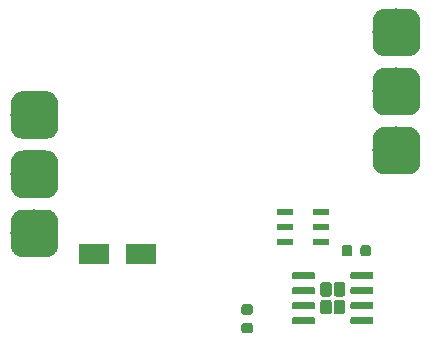
<source format=gbr>
G04 #@! TF.GenerationSoftware,KiCad,Pcbnew,5.1.4*
G04 #@! TF.CreationDate,2020-01-08T09:35:31-05:00*
G04 #@! TF.ProjectId,siot-node-relay,73696f74-2d6e-46f6-9465-2d72656c6179,rev?*
G04 #@! TF.SameCoordinates,Original*
G04 #@! TF.FileFunction,Paste,Top*
G04 #@! TF.FilePolarity,Positive*
%FSLAX46Y46*%
G04 Gerber Fmt 4.6, Leading zero omitted, Abs format (unit mm)*
G04 Created by KiCad (PCBNEW 5.1.4) date 2020-01-08 09:35:31*
%MOMM*%
%LPD*%
G04 APERTURE LIST*
%ADD10R,1.330000X0.530000*%
%ADD11C,0.100000*%
%ADD12C,0.600000*%
%ADD13C,0.960000*%
%ADD14R,2.500000X1.800000*%
%ADD15C,4.000000*%
%ADD16C,0.875000*%
G04 APERTURE END LIST*
D10*
X185725000Y-106270000D03*
X185725000Y-105000000D03*
X185725000Y-103730000D03*
X188775000Y-103730000D03*
X188775000Y-106270000D03*
X188775000Y-105000000D03*
D11*
G36*
X193064703Y-108795722D02*
G01*
X193079264Y-108797882D01*
X193093543Y-108801459D01*
X193107403Y-108806418D01*
X193120710Y-108812712D01*
X193133336Y-108820280D01*
X193145159Y-108829048D01*
X193156066Y-108838934D01*
X193165952Y-108849841D01*
X193174720Y-108861664D01*
X193182288Y-108874290D01*
X193188582Y-108887597D01*
X193193541Y-108901457D01*
X193197118Y-108915736D01*
X193199278Y-108930297D01*
X193200000Y-108945000D01*
X193200000Y-109245000D01*
X193199278Y-109259703D01*
X193197118Y-109274264D01*
X193193541Y-109288543D01*
X193188582Y-109302403D01*
X193182288Y-109315710D01*
X193174720Y-109328336D01*
X193165952Y-109340159D01*
X193156066Y-109351066D01*
X193145159Y-109360952D01*
X193133336Y-109369720D01*
X193120710Y-109377288D01*
X193107403Y-109383582D01*
X193093543Y-109388541D01*
X193079264Y-109392118D01*
X193064703Y-109394278D01*
X193050000Y-109395000D01*
X191400000Y-109395000D01*
X191385297Y-109394278D01*
X191370736Y-109392118D01*
X191356457Y-109388541D01*
X191342597Y-109383582D01*
X191329290Y-109377288D01*
X191316664Y-109369720D01*
X191304841Y-109360952D01*
X191293934Y-109351066D01*
X191284048Y-109340159D01*
X191275280Y-109328336D01*
X191267712Y-109315710D01*
X191261418Y-109302403D01*
X191256459Y-109288543D01*
X191252882Y-109274264D01*
X191250722Y-109259703D01*
X191250000Y-109245000D01*
X191250000Y-108945000D01*
X191250722Y-108930297D01*
X191252882Y-108915736D01*
X191256459Y-108901457D01*
X191261418Y-108887597D01*
X191267712Y-108874290D01*
X191275280Y-108861664D01*
X191284048Y-108849841D01*
X191293934Y-108838934D01*
X191304841Y-108829048D01*
X191316664Y-108820280D01*
X191329290Y-108812712D01*
X191342597Y-108806418D01*
X191356457Y-108801459D01*
X191370736Y-108797882D01*
X191385297Y-108795722D01*
X191400000Y-108795000D01*
X193050000Y-108795000D01*
X193064703Y-108795722D01*
X193064703Y-108795722D01*
G37*
D12*
X192225000Y-109095000D03*
D11*
G36*
X193064703Y-110065722D02*
G01*
X193079264Y-110067882D01*
X193093543Y-110071459D01*
X193107403Y-110076418D01*
X193120710Y-110082712D01*
X193133336Y-110090280D01*
X193145159Y-110099048D01*
X193156066Y-110108934D01*
X193165952Y-110119841D01*
X193174720Y-110131664D01*
X193182288Y-110144290D01*
X193188582Y-110157597D01*
X193193541Y-110171457D01*
X193197118Y-110185736D01*
X193199278Y-110200297D01*
X193200000Y-110215000D01*
X193200000Y-110515000D01*
X193199278Y-110529703D01*
X193197118Y-110544264D01*
X193193541Y-110558543D01*
X193188582Y-110572403D01*
X193182288Y-110585710D01*
X193174720Y-110598336D01*
X193165952Y-110610159D01*
X193156066Y-110621066D01*
X193145159Y-110630952D01*
X193133336Y-110639720D01*
X193120710Y-110647288D01*
X193107403Y-110653582D01*
X193093543Y-110658541D01*
X193079264Y-110662118D01*
X193064703Y-110664278D01*
X193050000Y-110665000D01*
X191400000Y-110665000D01*
X191385297Y-110664278D01*
X191370736Y-110662118D01*
X191356457Y-110658541D01*
X191342597Y-110653582D01*
X191329290Y-110647288D01*
X191316664Y-110639720D01*
X191304841Y-110630952D01*
X191293934Y-110621066D01*
X191284048Y-110610159D01*
X191275280Y-110598336D01*
X191267712Y-110585710D01*
X191261418Y-110572403D01*
X191256459Y-110558543D01*
X191252882Y-110544264D01*
X191250722Y-110529703D01*
X191250000Y-110515000D01*
X191250000Y-110215000D01*
X191250722Y-110200297D01*
X191252882Y-110185736D01*
X191256459Y-110171457D01*
X191261418Y-110157597D01*
X191267712Y-110144290D01*
X191275280Y-110131664D01*
X191284048Y-110119841D01*
X191293934Y-110108934D01*
X191304841Y-110099048D01*
X191316664Y-110090280D01*
X191329290Y-110082712D01*
X191342597Y-110076418D01*
X191356457Y-110071459D01*
X191370736Y-110067882D01*
X191385297Y-110065722D01*
X191400000Y-110065000D01*
X193050000Y-110065000D01*
X193064703Y-110065722D01*
X193064703Y-110065722D01*
G37*
D12*
X192225000Y-110365000D03*
D11*
G36*
X193064703Y-111335722D02*
G01*
X193079264Y-111337882D01*
X193093543Y-111341459D01*
X193107403Y-111346418D01*
X193120710Y-111352712D01*
X193133336Y-111360280D01*
X193145159Y-111369048D01*
X193156066Y-111378934D01*
X193165952Y-111389841D01*
X193174720Y-111401664D01*
X193182288Y-111414290D01*
X193188582Y-111427597D01*
X193193541Y-111441457D01*
X193197118Y-111455736D01*
X193199278Y-111470297D01*
X193200000Y-111485000D01*
X193200000Y-111785000D01*
X193199278Y-111799703D01*
X193197118Y-111814264D01*
X193193541Y-111828543D01*
X193188582Y-111842403D01*
X193182288Y-111855710D01*
X193174720Y-111868336D01*
X193165952Y-111880159D01*
X193156066Y-111891066D01*
X193145159Y-111900952D01*
X193133336Y-111909720D01*
X193120710Y-111917288D01*
X193107403Y-111923582D01*
X193093543Y-111928541D01*
X193079264Y-111932118D01*
X193064703Y-111934278D01*
X193050000Y-111935000D01*
X191400000Y-111935000D01*
X191385297Y-111934278D01*
X191370736Y-111932118D01*
X191356457Y-111928541D01*
X191342597Y-111923582D01*
X191329290Y-111917288D01*
X191316664Y-111909720D01*
X191304841Y-111900952D01*
X191293934Y-111891066D01*
X191284048Y-111880159D01*
X191275280Y-111868336D01*
X191267712Y-111855710D01*
X191261418Y-111842403D01*
X191256459Y-111828543D01*
X191252882Y-111814264D01*
X191250722Y-111799703D01*
X191250000Y-111785000D01*
X191250000Y-111485000D01*
X191250722Y-111470297D01*
X191252882Y-111455736D01*
X191256459Y-111441457D01*
X191261418Y-111427597D01*
X191267712Y-111414290D01*
X191275280Y-111401664D01*
X191284048Y-111389841D01*
X191293934Y-111378934D01*
X191304841Y-111369048D01*
X191316664Y-111360280D01*
X191329290Y-111352712D01*
X191342597Y-111346418D01*
X191356457Y-111341459D01*
X191370736Y-111337882D01*
X191385297Y-111335722D01*
X191400000Y-111335000D01*
X193050000Y-111335000D01*
X193064703Y-111335722D01*
X193064703Y-111335722D01*
G37*
D12*
X192225000Y-111635000D03*
D11*
G36*
X193064703Y-112605722D02*
G01*
X193079264Y-112607882D01*
X193093543Y-112611459D01*
X193107403Y-112616418D01*
X193120710Y-112622712D01*
X193133336Y-112630280D01*
X193145159Y-112639048D01*
X193156066Y-112648934D01*
X193165952Y-112659841D01*
X193174720Y-112671664D01*
X193182288Y-112684290D01*
X193188582Y-112697597D01*
X193193541Y-112711457D01*
X193197118Y-112725736D01*
X193199278Y-112740297D01*
X193200000Y-112755000D01*
X193200000Y-113055000D01*
X193199278Y-113069703D01*
X193197118Y-113084264D01*
X193193541Y-113098543D01*
X193188582Y-113112403D01*
X193182288Y-113125710D01*
X193174720Y-113138336D01*
X193165952Y-113150159D01*
X193156066Y-113161066D01*
X193145159Y-113170952D01*
X193133336Y-113179720D01*
X193120710Y-113187288D01*
X193107403Y-113193582D01*
X193093543Y-113198541D01*
X193079264Y-113202118D01*
X193064703Y-113204278D01*
X193050000Y-113205000D01*
X191400000Y-113205000D01*
X191385297Y-113204278D01*
X191370736Y-113202118D01*
X191356457Y-113198541D01*
X191342597Y-113193582D01*
X191329290Y-113187288D01*
X191316664Y-113179720D01*
X191304841Y-113170952D01*
X191293934Y-113161066D01*
X191284048Y-113150159D01*
X191275280Y-113138336D01*
X191267712Y-113125710D01*
X191261418Y-113112403D01*
X191256459Y-113098543D01*
X191252882Y-113084264D01*
X191250722Y-113069703D01*
X191250000Y-113055000D01*
X191250000Y-112755000D01*
X191250722Y-112740297D01*
X191252882Y-112725736D01*
X191256459Y-112711457D01*
X191261418Y-112697597D01*
X191267712Y-112684290D01*
X191275280Y-112671664D01*
X191284048Y-112659841D01*
X191293934Y-112648934D01*
X191304841Y-112639048D01*
X191316664Y-112630280D01*
X191329290Y-112622712D01*
X191342597Y-112616418D01*
X191356457Y-112611459D01*
X191370736Y-112607882D01*
X191385297Y-112605722D01*
X191400000Y-112605000D01*
X193050000Y-112605000D01*
X193064703Y-112605722D01*
X193064703Y-112605722D01*
G37*
D12*
X192225000Y-112905000D03*
D11*
G36*
X188114703Y-112605722D02*
G01*
X188129264Y-112607882D01*
X188143543Y-112611459D01*
X188157403Y-112616418D01*
X188170710Y-112622712D01*
X188183336Y-112630280D01*
X188195159Y-112639048D01*
X188206066Y-112648934D01*
X188215952Y-112659841D01*
X188224720Y-112671664D01*
X188232288Y-112684290D01*
X188238582Y-112697597D01*
X188243541Y-112711457D01*
X188247118Y-112725736D01*
X188249278Y-112740297D01*
X188250000Y-112755000D01*
X188250000Y-113055000D01*
X188249278Y-113069703D01*
X188247118Y-113084264D01*
X188243541Y-113098543D01*
X188238582Y-113112403D01*
X188232288Y-113125710D01*
X188224720Y-113138336D01*
X188215952Y-113150159D01*
X188206066Y-113161066D01*
X188195159Y-113170952D01*
X188183336Y-113179720D01*
X188170710Y-113187288D01*
X188157403Y-113193582D01*
X188143543Y-113198541D01*
X188129264Y-113202118D01*
X188114703Y-113204278D01*
X188100000Y-113205000D01*
X186450000Y-113205000D01*
X186435297Y-113204278D01*
X186420736Y-113202118D01*
X186406457Y-113198541D01*
X186392597Y-113193582D01*
X186379290Y-113187288D01*
X186366664Y-113179720D01*
X186354841Y-113170952D01*
X186343934Y-113161066D01*
X186334048Y-113150159D01*
X186325280Y-113138336D01*
X186317712Y-113125710D01*
X186311418Y-113112403D01*
X186306459Y-113098543D01*
X186302882Y-113084264D01*
X186300722Y-113069703D01*
X186300000Y-113055000D01*
X186300000Y-112755000D01*
X186300722Y-112740297D01*
X186302882Y-112725736D01*
X186306459Y-112711457D01*
X186311418Y-112697597D01*
X186317712Y-112684290D01*
X186325280Y-112671664D01*
X186334048Y-112659841D01*
X186343934Y-112648934D01*
X186354841Y-112639048D01*
X186366664Y-112630280D01*
X186379290Y-112622712D01*
X186392597Y-112616418D01*
X186406457Y-112611459D01*
X186420736Y-112607882D01*
X186435297Y-112605722D01*
X186450000Y-112605000D01*
X188100000Y-112605000D01*
X188114703Y-112605722D01*
X188114703Y-112605722D01*
G37*
D12*
X187275000Y-112905000D03*
D11*
G36*
X188114703Y-111335722D02*
G01*
X188129264Y-111337882D01*
X188143543Y-111341459D01*
X188157403Y-111346418D01*
X188170710Y-111352712D01*
X188183336Y-111360280D01*
X188195159Y-111369048D01*
X188206066Y-111378934D01*
X188215952Y-111389841D01*
X188224720Y-111401664D01*
X188232288Y-111414290D01*
X188238582Y-111427597D01*
X188243541Y-111441457D01*
X188247118Y-111455736D01*
X188249278Y-111470297D01*
X188250000Y-111485000D01*
X188250000Y-111785000D01*
X188249278Y-111799703D01*
X188247118Y-111814264D01*
X188243541Y-111828543D01*
X188238582Y-111842403D01*
X188232288Y-111855710D01*
X188224720Y-111868336D01*
X188215952Y-111880159D01*
X188206066Y-111891066D01*
X188195159Y-111900952D01*
X188183336Y-111909720D01*
X188170710Y-111917288D01*
X188157403Y-111923582D01*
X188143543Y-111928541D01*
X188129264Y-111932118D01*
X188114703Y-111934278D01*
X188100000Y-111935000D01*
X186450000Y-111935000D01*
X186435297Y-111934278D01*
X186420736Y-111932118D01*
X186406457Y-111928541D01*
X186392597Y-111923582D01*
X186379290Y-111917288D01*
X186366664Y-111909720D01*
X186354841Y-111900952D01*
X186343934Y-111891066D01*
X186334048Y-111880159D01*
X186325280Y-111868336D01*
X186317712Y-111855710D01*
X186311418Y-111842403D01*
X186306459Y-111828543D01*
X186302882Y-111814264D01*
X186300722Y-111799703D01*
X186300000Y-111785000D01*
X186300000Y-111485000D01*
X186300722Y-111470297D01*
X186302882Y-111455736D01*
X186306459Y-111441457D01*
X186311418Y-111427597D01*
X186317712Y-111414290D01*
X186325280Y-111401664D01*
X186334048Y-111389841D01*
X186343934Y-111378934D01*
X186354841Y-111369048D01*
X186366664Y-111360280D01*
X186379290Y-111352712D01*
X186392597Y-111346418D01*
X186406457Y-111341459D01*
X186420736Y-111337882D01*
X186435297Y-111335722D01*
X186450000Y-111335000D01*
X188100000Y-111335000D01*
X188114703Y-111335722D01*
X188114703Y-111335722D01*
G37*
D12*
X187275000Y-111635000D03*
D11*
G36*
X188114703Y-110065722D02*
G01*
X188129264Y-110067882D01*
X188143543Y-110071459D01*
X188157403Y-110076418D01*
X188170710Y-110082712D01*
X188183336Y-110090280D01*
X188195159Y-110099048D01*
X188206066Y-110108934D01*
X188215952Y-110119841D01*
X188224720Y-110131664D01*
X188232288Y-110144290D01*
X188238582Y-110157597D01*
X188243541Y-110171457D01*
X188247118Y-110185736D01*
X188249278Y-110200297D01*
X188250000Y-110215000D01*
X188250000Y-110515000D01*
X188249278Y-110529703D01*
X188247118Y-110544264D01*
X188243541Y-110558543D01*
X188238582Y-110572403D01*
X188232288Y-110585710D01*
X188224720Y-110598336D01*
X188215952Y-110610159D01*
X188206066Y-110621066D01*
X188195159Y-110630952D01*
X188183336Y-110639720D01*
X188170710Y-110647288D01*
X188157403Y-110653582D01*
X188143543Y-110658541D01*
X188129264Y-110662118D01*
X188114703Y-110664278D01*
X188100000Y-110665000D01*
X186450000Y-110665000D01*
X186435297Y-110664278D01*
X186420736Y-110662118D01*
X186406457Y-110658541D01*
X186392597Y-110653582D01*
X186379290Y-110647288D01*
X186366664Y-110639720D01*
X186354841Y-110630952D01*
X186343934Y-110621066D01*
X186334048Y-110610159D01*
X186325280Y-110598336D01*
X186317712Y-110585710D01*
X186311418Y-110572403D01*
X186306459Y-110558543D01*
X186302882Y-110544264D01*
X186300722Y-110529703D01*
X186300000Y-110515000D01*
X186300000Y-110215000D01*
X186300722Y-110200297D01*
X186302882Y-110185736D01*
X186306459Y-110171457D01*
X186311418Y-110157597D01*
X186317712Y-110144290D01*
X186325280Y-110131664D01*
X186334048Y-110119841D01*
X186343934Y-110108934D01*
X186354841Y-110099048D01*
X186366664Y-110090280D01*
X186379290Y-110082712D01*
X186392597Y-110076418D01*
X186406457Y-110071459D01*
X186420736Y-110067882D01*
X186435297Y-110065722D01*
X186450000Y-110065000D01*
X188100000Y-110065000D01*
X188114703Y-110065722D01*
X188114703Y-110065722D01*
G37*
D12*
X187275000Y-110365000D03*
D11*
G36*
X188114703Y-108795722D02*
G01*
X188129264Y-108797882D01*
X188143543Y-108801459D01*
X188157403Y-108806418D01*
X188170710Y-108812712D01*
X188183336Y-108820280D01*
X188195159Y-108829048D01*
X188206066Y-108838934D01*
X188215952Y-108849841D01*
X188224720Y-108861664D01*
X188232288Y-108874290D01*
X188238582Y-108887597D01*
X188243541Y-108901457D01*
X188247118Y-108915736D01*
X188249278Y-108930297D01*
X188250000Y-108945000D01*
X188250000Y-109245000D01*
X188249278Y-109259703D01*
X188247118Y-109274264D01*
X188243541Y-109288543D01*
X188238582Y-109302403D01*
X188232288Y-109315710D01*
X188224720Y-109328336D01*
X188215952Y-109340159D01*
X188206066Y-109351066D01*
X188195159Y-109360952D01*
X188183336Y-109369720D01*
X188170710Y-109377288D01*
X188157403Y-109383582D01*
X188143543Y-109388541D01*
X188129264Y-109392118D01*
X188114703Y-109394278D01*
X188100000Y-109395000D01*
X186450000Y-109395000D01*
X186435297Y-109394278D01*
X186420736Y-109392118D01*
X186406457Y-109388541D01*
X186392597Y-109383582D01*
X186379290Y-109377288D01*
X186366664Y-109369720D01*
X186354841Y-109360952D01*
X186343934Y-109351066D01*
X186334048Y-109340159D01*
X186325280Y-109328336D01*
X186317712Y-109315710D01*
X186311418Y-109302403D01*
X186306459Y-109288543D01*
X186302882Y-109274264D01*
X186300722Y-109259703D01*
X186300000Y-109245000D01*
X186300000Y-108945000D01*
X186300722Y-108930297D01*
X186302882Y-108915736D01*
X186306459Y-108901457D01*
X186311418Y-108887597D01*
X186317712Y-108874290D01*
X186325280Y-108861664D01*
X186334048Y-108849841D01*
X186343934Y-108838934D01*
X186354841Y-108829048D01*
X186366664Y-108820280D01*
X186379290Y-108812712D01*
X186392597Y-108806418D01*
X186406457Y-108801459D01*
X186420736Y-108797882D01*
X186435297Y-108795722D01*
X186450000Y-108795000D01*
X188100000Y-108795000D01*
X188114703Y-108795722D01*
X188114703Y-108795722D01*
G37*
D12*
X187275000Y-109095000D03*
D11*
G36*
X190583524Y-111126156D02*
G01*
X190606822Y-111129612D01*
X190629668Y-111135334D01*
X190651844Y-111143269D01*
X190673135Y-111153339D01*
X190693337Y-111165447D01*
X190712254Y-111179477D01*
X190729706Y-111195294D01*
X190745523Y-111212746D01*
X190759553Y-111231663D01*
X190771661Y-111251865D01*
X190781731Y-111273156D01*
X190789666Y-111295332D01*
X190795388Y-111318178D01*
X190798844Y-111341476D01*
X190800000Y-111365000D01*
X190800000Y-112135000D01*
X190798844Y-112158524D01*
X190795388Y-112181822D01*
X190789666Y-112204668D01*
X190781731Y-112226844D01*
X190771661Y-112248135D01*
X190759553Y-112268337D01*
X190745523Y-112287254D01*
X190729706Y-112304706D01*
X190712254Y-112320523D01*
X190693337Y-112334553D01*
X190673135Y-112346661D01*
X190651844Y-112356731D01*
X190629668Y-112364666D01*
X190606822Y-112370388D01*
X190583524Y-112373844D01*
X190560000Y-112375000D01*
X190080000Y-112375000D01*
X190056476Y-112373844D01*
X190033178Y-112370388D01*
X190010332Y-112364666D01*
X189988156Y-112356731D01*
X189966865Y-112346661D01*
X189946663Y-112334553D01*
X189927746Y-112320523D01*
X189910294Y-112304706D01*
X189894477Y-112287254D01*
X189880447Y-112268337D01*
X189868339Y-112248135D01*
X189858269Y-112226844D01*
X189850334Y-112204668D01*
X189844612Y-112181822D01*
X189841156Y-112158524D01*
X189840000Y-112135000D01*
X189840000Y-111365000D01*
X189841156Y-111341476D01*
X189844612Y-111318178D01*
X189850334Y-111295332D01*
X189858269Y-111273156D01*
X189868339Y-111251865D01*
X189880447Y-111231663D01*
X189894477Y-111212746D01*
X189910294Y-111195294D01*
X189927746Y-111179477D01*
X189946663Y-111165447D01*
X189966865Y-111153339D01*
X189988156Y-111143269D01*
X190010332Y-111135334D01*
X190033178Y-111129612D01*
X190056476Y-111126156D01*
X190080000Y-111125000D01*
X190560000Y-111125000D01*
X190583524Y-111126156D01*
X190583524Y-111126156D01*
G37*
D13*
X190320000Y-111750000D03*
D11*
G36*
X190583524Y-109626156D02*
G01*
X190606822Y-109629612D01*
X190629668Y-109635334D01*
X190651844Y-109643269D01*
X190673135Y-109653339D01*
X190693337Y-109665447D01*
X190712254Y-109679477D01*
X190729706Y-109695294D01*
X190745523Y-109712746D01*
X190759553Y-109731663D01*
X190771661Y-109751865D01*
X190781731Y-109773156D01*
X190789666Y-109795332D01*
X190795388Y-109818178D01*
X190798844Y-109841476D01*
X190800000Y-109865000D01*
X190800000Y-110635000D01*
X190798844Y-110658524D01*
X190795388Y-110681822D01*
X190789666Y-110704668D01*
X190781731Y-110726844D01*
X190771661Y-110748135D01*
X190759553Y-110768337D01*
X190745523Y-110787254D01*
X190729706Y-110804706D01*
X190712254Y-110820523D01*
X190693337Y-110834553D01*
X190673135Y-110846661D01*
X190651844Y-110856731D01*
X190629668Y-110864666D01*
X190606822Y-110870388D01*
X190583524Y-110873844D01*
X190560000Y-110875000D01*
X190080000Y-110875000D01*
X190056476Y-110873844D01*
X190033178Y-110870388D01*
X190010332Y-110864666D01*
X189988156Y-110856731D01*
X189966865Y-110846661D01*
X189946663Y-110834553D01*
X189927746Y-110820523D01*
X189910294Y-110804706D01*
X189894477Y-110787254D01*
X189880447Y-110768337D01*
X189868339Y-110748135D01*
X189858269Y-110726844D01*
X189850334Y-110704668D01*
X189844612Y-110681822D01*
X189841156Y-110658524D01*
X189840000Y-110635000D01*
X189840000Y-109865000D01*
X189841156Y-109841476D01*
X189844612Y-109818178D01*
X189850334Y-109795332D01*
X189858269Y-109773156D01*
X189868339Y-109751865D01*
X189880447Y-109731663D01*
X189894477Y-109712746D01*
X189910294Y-109695294D01*
X189927746Y-109679477D01*
X189946663Y-109665447D01*
X189966865Y-109653339D01*
X189988156Y-109643269D01*
X190010332Y-109635334D01*
X190033178Y-109629612D01*
X190056476Y-109626156D01*
X190080000Y-109625000D01*
X190560000Y-109625000D01*
X190583524Y-109626156D01*
X190583524Y-109626156D01*
G37*
D13*
X190320000Y-110250000D03*
D11*
G36*
X189443524Y-111126156D02*
G01*
X189466822Y-111129612D01*
X189489668Y-111135334D01*
X189511844Y-111143269D01*
X189533135Y-111153339D01*
X189553337Y-111165447D01*
X189572254Y-111179477D01*
X189589706Y-111195294D01*
X189605523Y-111212746D01*
X189619553Y-111231663D01*
X189631661Y-111251865D01*
X189641731Y-111273156D01*
X189649666Y-111295332D01*
X189655388Y-111318178D01*
X189658844Y-111341476D01*
X189660000Y-111365000D01*
X189660000Y-112135000D01*
X189658844Y-112158524D01*
X189655388Y-112181822D01*
X189649666Y-112204668D01*
X189641731Y-112226844D01*
X189631661Y-112248135D01*
X189619553Y-112268337D01*
X189605523Y-112287254D01*
X189589706Y-112304706D01*
X189572254Y-112320523D01*
X189553337Y-112334553D01*
X189533135Y-112346661D01*
X189511844Y-112356731D01*
X189489668Y-112364666D01*
X189466822Y-112370388D01*
X189443524Y-112373844D01*
X189420000Y-112375000D01*
X188940000Y-112375000D01*
X188916476Y-112373844D01*
X188893178Y-112370388D01*
X188870332Y-112364666D01*
X188848156Y-112356731D01*
X188826865Y-112346661D01*
X188806663Y-112334553D01*
X188787746Y-112320523D01*
X188770294Y-112304706D01*
X188754477Y-112287254D01*
X188740447Y-112268337D01*
X188728339Y-112248135D01*
X188718269Y-112226844D01*
X188710334Y-112204668D01*
X188704612Y-112181822D01*
X188701156Y-112158524D01*
X188700000Y-112135000D01*
X188700000Y-111365000D01*
X188701156Y-111341476D01*
X188704612Y-111318178D01*
X188710334Y-111295332D01*
X188718269Y-111273156D01*
X188728339Y-111251865D01*
X188740447Y-111231663D01*
X188754477Y-111212746D01*
X188770294Y-111195294D01*
X188787746Y-111179477D01*
X188806663Y-111165447D01*
X188826865Y-111153339D01*
X188848156Y-111143269D01*
X188870332Y-111135334D01*
X188893178Y-111129612D01*
X188916476Y-111126156D01*
X188940000Y-111125000D01*
X189420000Y-111125000D01*
X189443524Y-111126156D01*
X189443524Y-111126156D01*
G37*
D13*
X189180000Y-111750000D03*
D11*
G36*
X189443524Y-109626156D02*
G01*
X189466822Y-109629612D01*
X189489668Y-109635334D01*
X189511844Y-109643269D01*
X189533135Y-109653339D01*
X189553337Y-109665447D01*
X189572254Y-109679477D01*
X189589706Y-109695294D01*
X189605523Y-109712746D01*
X189619553Y-109731663D01*
X189631661Y-109751865D01*
X189641731Y-109773156D01*
X189649666Y-109795332D01*
X189655388Y-109818178D01*
X189658844Y-109841476D01*
X189660000Y-109865000D01*
X189660000Y-110635000D01*
X189658844Y-110658524D01*
X189655388Y-110681822D01*
X189649666Y-110704668D01*
X189641731Y-110726844D01*
X189631661Y-110748135D01*
X189619553Y-110768337D01*
X189605523Y-110787254D01*
X189589706Y-110804706D01*
X189572254Y-110820523D01*
X189553337Y-110834553D01*
X189533135Y-110846661D01*
X189511844Y-110856731D01*
X189489668Y-110864666D01*
X189466822Y-110870388D01*
X189443524Y-110873844D01*
X189420000Y-110875000D01*
X188940000Y-110875000D01*
X188916476Y-110873844D01*
X188893178Y-110870388D01*
X188870332Y-110864666D01*
X188848156Y-110856731D01*
X188826865Y-110846661D01*
X188806663Y-110834553D01*
X188787746Y-110820523D01*
X188770294Y-110804706D01*
X188754477Y-110787254D01*
X188740447Y-110768337D01*
X188728339Y-110748135D01*
X188718269Y-110726844D01*
X188710334Y-110704668D01*
X188704612Y-110681822D01*
X188701156Y-110658524D01*
X188700000Y-110635000D01*
X188700000Y-109865000D01*
X188701156Y-109841476D01*
X188704612Y-109818178D01*
X188710334Y-109795332D01*
X188718269Y-109773156D01*
X188728339Y-109751865D01*
X188740447Y-109731663D01*
X188754477Y-109712746D01*
X188770294Y-109695294D01*
X188787746Y-109679477D01*
X188806663Y-109665447D01*
X188826865Y-109653339D01*
X188848156Y-109643269D01*
X188870332Y-109635334D01*
X188893178Y-109629612D01*
X188916476Y-109626156D01*
X188940000Y-109625000D01*
X189420000Y-109625000D01*
X189443524Y-109626156D01*
X189443524Y-109626156D01*
G37*
D13*
X189180000Y-110250000D03*
D14*
X173550000Y-107250000D03*
X169550000Y-107250000D03*
D11*
G36*
X196248017Y-86504815D02*
G01*
X196345090Y-86519215D01*
X196440285Y-86543060D01*
X196532683Y-86576120D01*
X196621397Y-86618079D01*
X196705570Y-86668530D01*
X196784393Y-86726990D01*
X196857107Y-86792893D01*
X196923010Y-86865607D01*
X196981470Y-86944430D01*
X197031921Y-87028603D01*
X197073880Y-87117317D01*
X197106940Y-87209715D01*
X197130785Y-87304910D01*
X197145185Y-87401983D01*
X197150000Y-87500000D01*
X197150000Y-89500000D01*
X197145185Y-89598017D01*
X197130785Y-89695090D01*
X197106940Y-89790285D01*
X197073880Y-89882683D01*
X197031921Y-89971397D01*
X196981470Y-90055570D01*
X196923010Y-90134393D01*
X196857107Y-90207107D01*
X196784393Y-90273010D01*
X196705570Y-90331470D01*
X196621397Y-90381921D01*
X196532683Y-90423880D01*
X196440285Y-90456940D01*
X196345090Y-90480785D01*
X196248017Y-90495185D01*
X196150000Y-90500000D01*
X194150000Y-90500000D01*
X194051983Y-90495185D01*
X193954910Y-90480785D01*
X193859715Y-90456940D01*
X193767317Y-90423880D01*
X193678603Y-90381921D01*
X193594430Y-90331470D01*
X193515607Y-90273010D01*
X193442893Y-90207107D01*
X193376990Y-90134393D01*
X193318530Y-90055570D01*
X193268079Y-89971397D01*
X193226120Y-89882683D01*
X193193060Y-89790285D01*
X193169215Y-89695090D01*
X193154815Y-89598017D01*
X193150000Y-89500000D01*
X193150000Y-87500000D01*
X193154815Y-87401983D01*
X193169215Y-87304910D01*
X193193060Y-87209715D01*
X193226120Y-87117317D01*
X193268079Y-87028603D01*
X193318530Y-86944430D01*
X193376990Y-86865607D01*
X193442893Y-86792893D01*
X193515607Y-86726990D01*
X193594430Y-86668530D01*
X193678603Y-86618079D01*
X193767317Y-86576120D01*
X193859715Y-86543060D01*
X193954910Y-86519215D01*
X194051983Y-86504815D01*
X194150000Y-86500000D01*
X196150000Y-86500000D01*
X196248017Y-86504815D01*
X196248017Y-86504815D01*
G37*
D15*
X195150000Y-88500000D03*
D11*
G36*
X196248017Y-91504815D02*
G01*
X196345090Y-91519215D01*
X196440285Y-91543060D01*
X196532683Y-91576120D01*
X196621397Y-91618079D01*
X196705570Y-91668530D01*
X196784393Y-91726990D01*
X196857107Y-91792893D01*
X196923010Y-91865607D01*
X196981470Y-91944430D01*
X197031921Y-92028603D01*
X197073880Y-92117317D01*
X197106940Y-92209715D01*
X197130785Y-92304910D01*
X197145185Y-92401983D01*
X197150000Y-92500000D01*
X197150000Y-94500000D01*
X197145185Y-94598017D01*
X197130785Y-94695090D01*
X197106940Y-94790285D01*
X197073880Y-94882683D01*
X197031921Y-94971397D01*
X196981470Y-95055570D01*
X196923010Y-95134393D01*
X196857107Y-95207107D01*
X196784393Y-95273010D01*
X196705570Y-95331470D01*
X196621397Y-95381921D01*
X196532683Y-95423880D01*
X196440285Y-95456940D01*
X196345090Y-95480785D01*
X196248017Y-95495185D01*
X196150000Y-95500000D01*
X194150000Y-95500000D01*
X194051983Y-95495185D01*
X193954910Y-95480785D01*
X193859715Y-95456940D01*
X193767317Y-95423880D01*
X193678603Y-95381921D01*
X193594430Y-95331470D01*
X193515607Y-95273010D01*
X193442893Y-95207107D01*
X193376990Y-95134393D01*
X193318530Y-95055570D01*
X193268079Y-94971397D01*
X193226120Y-94882683D01*
X193193060Y-94790285D01*
X193169215Y-94695090D01*
X193154815Y-94598017D01*
X193150000Y-94500000D01*
X193150000Y-92500000D01*
X193154815Y-92401983D01*
X193169215Y-92304910D01*
X193193060Y-92209715D01*
X193226120Y-92117317D01*
X193268079Y-92028603D01*
X193318530Y-91944430D01*
X193376990Y-91865607D01*
X193442893Y-91792893D01*
X193515607Y-91726990D01*
X193594430Y-91668530D01*
X193678603Y-91618079D01*
X193767317Y-91576120D01*
X193859715Y-91543060D01*
X193954910Y-91519215D01*
X194051983Y-91504815D01*
X194150000Y-91500000D01*
X196150000Y-91500000D01*
X196248017Y-91504815D01*
X196248017Y-91504815D01*
G37*
D15*
X195150000Y-93500000D03*
D11*
G36*
X196248017Y-96504815D02*
G01*
X196345090Y-96519215D01*
X196440285Y-96543060D01*
X196532683Y-96576120D01*
X196621397Y-96618079D01*
X196705570Y-96668530D01*
X196784393Y-96726990D01*
X196857107Y-96792893D01*
X196923010Y-96865607D01*
X196981470Y-96944430D01*
X197031921Y-97028603D01*
X197073880Y-97117317D01*
X197106940Y-97209715D01*
X197130785Y-97304910D01*
X197145185Y-97401983D01*
X197150000Y-97500000D01*
X197150000Y-99500000D01*
X197145185Y-99598017D01*
X197130785Y-99695090D01*
X197106940Y-99790285D01*
X197073880Y-99882683D01*
X197031921Y-99971397D01*
X196981470Y-100055570D01*
X196923010Y-100134393D01*
X196857107Y-100207107D01*
X196784393Y-100273010D01*
X196705570Y-100331470D01*
X196621397Y-100381921D01*
X196532683Y-100423880D01*
X196440285Y-100456940D01*
X196345090Y-100480785D01*
X196248017Y-100495185D01*
X196150000Y-100500000D01*
X194150000Y-100500000D01*
X194051983Y-100495185D01*
X193954910Y-100480785D01*
X193859715Y-100456940D01*
X193767317Y-100423880D01*
X193678603Y-100381921D01*
X193594430Y-100331470D01*
X193515607Y-100273010D01*
X193442893Y-100207107D01*
X193376990Y-100134393D01*
X193318530Y-100055570D01*
X193268079Y-99971397D01*
X193226120Y-99882683D01*
X193193060Y-99790285D01*
X193169215Y-99695090D01*
X193154815Y-99598017D01*
X193150000Y-99500000D01*
X193150000Y-97500000D01*
X193154815Y-97401983D01*
X193169215Y-97304910D01*
X193193060Y-97209715D01*
X193226120Y-97117317D01*
X193268079Y-97028603D01*
X193318530Y-96944430D01*
X193376990Y-96865607D01*
X193442893Y-96792893D01*
X193515607Y-96726990D01*
X193594430Y-96668530D01*
X193678603Y-96618079D01*
X193767317Y-96576120D01*
X193859715Y-96543060D01*
X193954910Y-96519215D01*
X194051983Y-96504815D01*
X194150000Y-96500000D01*
X196150000Y-96500000D01*
X196248017Y-96504815D01*
X196248017Y-96504815D01*
G37*
D15*
X195150000Y-98500000D03*
D11*
G36*
X165598017Y-93504815D02*
G01*
X165695090Y-93519215D01*
X165790285Y-93543060D01*
X165882683Y-93576120D01*
X165971397Y-93618079D01*
X166055570Y-93668530D01*
X166134393Y-93726990D01*
X166207107Y-93792893D01*
X166273010Y-93865607D01*
X166331470Y-93944430D01*
X166381921Y-94028603D01*
X166423880Y-94117317D01*
X166456940Y-94209715D01*
X166480785Y-94304910D01*
X166495185Y-94401983D01*
X166500000Y-94500000D01*
X166500000Y-96500000D01*
X166495185Y-96598017D01*
X166480785Y-96695090D01*
X166456940Y-96790285D01*
X166423880Y-96882683D01*
X166381921Y-96971397D01*
X166331470Y-97055570D01*
X166273010Y-97134393D01*
X166207107Y-97207107D01*
X166134393Y-97273010D01*
X166055570Y-97331470D01*
X165971397Y-97381921D01*
X165882683Y-97423880D01*
X165790285Y-97456940D01*
X165695090Y-97480785D01*
X165598017Y-97495185D01*
X165500000Y-97500000D01*
X163500000Y-97500000D01*
X163401983Y-97495185D01*
X163304910Y-97480785D01*
X163209715Y-97456940D01*
X163117317Y-97423880D01*
X163028603Y-97381921D01*
X162944430Y-97331470D01*
X162865607Y-97273010D01*
X162792893Y-97207107D01*
X162726990Y-97134393D01*
X162668530Y-97055570D01*
X162618079Y-96971397D01*
X162576120Y-96882683D01*
X162543060Y-96790285D01*
X162519215Y-96695090D01*
X162504815Y-96598017D01*
X162500000Y-96500000D01*
X162500000Y-94500000D01*
X162504815Y-94401983D01*
X162519215Y-94304910D01*
X162543060Y-94209715D01*
X162576120Y-94117317D01*
X162618079Y-94028603D01*
X162668530Y-93944430D01*
X162726990Y-93865607D01*
X162792893Y-93792893D01*
X162865607Y-93726990D01*
X162944430Y-93668530D01*
X163028603Y-93618079D01*
X163117317Y-93576120D01*
X163209715Y-93543060D01*
X163304910Y-93519215D01*
X163401983Y-93504815D01*
X163500000Y-93500000D01*
X165500000Y-93500000D01*
X165598017Y-93504815D01*
X165598017Y-93504815D01*
G37*
D15*
X164500000Y-95500000D03*
D11*
G36*
X165598017Y-98504815D02*
G01*
X165695090Y-98519215D01*
X165790285Y-98543060D01*
X165882683Y-98576120D01*
X165971397Y-98618079D01*
X166055570Y-98668530D01*
X166134393Y-98726990D01*
X166207107Y-98792893D01*
X166273010Y-98865607D01*
X166331470Y-98944430D01*
X166381921Y-99028603D01*
X166423880Y-99117317D01*
X166456940Y-99209715D01*
X166480785Y-99304910D01*
X166495185Y-99401983D01*
X166500000Y-99500000D01*
X166500000Y-101500000D01*
X166495185Y-101598017D01*
X166480785Y-101695090D01*
X166456940Y-101790285D01*
X166423880Y-101882683D01*
X166381921Y-101971397D01*
X166331470Y-102055570D01*
X166273010Y-102134393D01*
X166207107Y-102207107D01*
X166134393Y-102273010D01*
X166055570Y-102331470D01*
X165971397Y-102381921D01*
X165882683Y-102423880D01*
X165790285Y-102456940D01*
X165695090Y-102480785D01*
X165598017Y-102495185D01*
X165500000Y-102500000D01*
X163500000Y-102500000D01*
X163401983Y-102495185D01*
X163304910Y-102480785D01*
X163209715Y-102456940D01*
X163117317Y-102423880D01*
X163028603Y-102381921D01*
X162944430Y-102331470D01*
X162865607Y-102273010D01*
X162792893Y-102207107D01*
X162726990Y-102134393D01*
X162668530Y-102055570D01*
X162618079Y-101971397D01*
X162576120Y-101882683D01*
X162543060Y-101790285D01*
X162519215Y-101695090D01*
X162504815Y-101598017D01*
X162500000Y-101500000D01*
X162500000Y-99500000D01*
X162504815Y-99401983D01*
X162519215Y-99304910D01*
X162543060Y-99209715D01*
X162576120Y-99117317D01*
X162618079Y-99028603D01*
X162668530Y-98944430D01*
X162726990Y-98865607D01*
X162792893Y-98792893D01*
X162865607Y-98726990D01*
X162944430Y-98668530D01*
X163028603Y-98618079D01*
X163117317Y-98576120D01*
X163209715Y-98543060D01*
X163304910Y-98519215D01*
X163401983Y-98504815D01*
X163500000Y-98500000D01*
X165500000Y-98500000D01*
X165598017Y-98504815D01*
X165598017Y-98504815D01*
G37*
D15*
X164500000Y-100500000D03*
D11*
G36*
X165598017Y-103504815D02*
G01*
X165695090Y-103519215D01*
X165790285Y-103543060D01*
X165882683Y-103576120D01*
X165971397Y-103618079D01*
X166055570Y-103668530D01*
X166134393Y-103726990D01*
X166207107Y-103792893D01*
X166273010Y-103865607D01*
X166331470Y-103944430D01*
X166381921Y-104028603D01*
X166423880Y-104117317D01*
X166456940Y-104209715D01*
X166480785Y-104304910D01*
X166495185Y-104401983D01*
X166500000Y-104500000D01*
X166500000Y-106500000D01*
X166495185Y-106598017D01*
X166480785Y-106695090D01*
X166456940Y-106790285D01*
X166423880Y-106882683D01*
X166381921Y-106971397D01*
X166331470Y-107055570D01*
X166273010Y-107134393D01*
X166207107Y-107207107D01*
X166134393Y-107273010D01*
X166055570Y-107331470D01*
X165971397Y-107381921D01*
X165882683Y-107423880D01*
X165790285Y-107456940D01*
X165695090Y-107480785D01*
X165598017Y-107495185D01*
X165500000Y-107500000D01*
X163500000Y-107500000D01*
X163401983Y-107495185D01*
X163304910Y-107480785D01*
X163209715Y-107456940D01*
X163117317Y-107423880D01*
X163028603Y-107381921D01*
X162944430Y-107331470D01*
X162865607Y-107273010D01*
X162792893Y-107207107D01*
X162726990Y-107134393D01*
X162668530Y-107055570D01*
X162618079Y-106971397D01*
X162576120Y-106882683D01*
X162543060Y-106790285D01*
X162519215Y-106695090D01*
X162504815Y-106598017D01*
X162500000Y-106500000D01*
X162500000Y-104500000D01*
X162504815Y-104401983D01*
X162519215Y-104304910D01*
X162543060Y-104209715D01*
X162576120Y-104117317D01*
X162618079Y-104028603D01*
X162668530Y-103944430D01*
X162726990Y-103865607D01*
X162792893Y-103792893D01*
X162865607Y-103726990D01*
X162944430Y-103668530D01*
X163028603Y-103618079D01*
X163117317Y-103576120D01*
X163209715Y-103543060D01*
X163304910Y-103519215D01*
X163401983Y-103504815D01*
X163500000Y-103500000D01*
X165500000Y-103500000D01*
X165598017Y-103504815D01*
X165598017Y-103504815D01*
G37*
D15*
X164500000Y-105500000D03*
D11*
G36*
X182777691Y-111526053D02*
G01*
X182798926Y-111529203D01*
X182819750Y-111534419D01*
X182839962Y-111541651D01*
X182859368Y-111550830D01*
X182877781Y-111561866D01*
X182895024Y-111574654D01*
X182910930Y-111589070D01*
X182925346Y-111604976D01*
X182938134Y-111622219D01*
X182949170Y-111640632D01*
X182958349Y-111660038D01*
X182965581Y-111680250D01*
X182970797Y-111701074D01*
X182973947Y-111722309D01*
X182975000Y-111743750D01*
X182975000Y-112181250D01*
X182973947Y-112202691D01*
X182970797Y-112223926D01*
X182965581Y-112244750D01*
X182958349Y-112264962D01*
X182949170Y-112284368D01*
X182938134Y-112302781D01*
X182925346Y-112320024D01*
X182910930Y-112335930D01*
X182895024Y-112350346D01*
X182877781Y-112363134D01*
X182859368Y-112374170D01*
X182839962Y-112383349D01*
X182819750Y-112390581D01*
X182798926Y-112395797D01*
X182777691Y-112398947D01*
X182756250Y-112400000D01*
X182243750Y-112400000D01*
X182222309Y-112398947D01*
X182201074Y-112395797D01*
X182180250Y-112390581D01*
X182160038Y-112383349D01*
X182140632Y-112374170D01*
X182122219Y-112363134D01*
X182104976Y-112350346D01*
X182089070Y-112335930D01*
X182074654Y-112320024D01*
X182061866Y-112302781D01*
X182050830Y-112284368D01*
X182041651Y-112264962D01*
X182034419Y-112244750D01*
X182029203Y-112223926D01*
X182026053Y-112202691D01*
X182025000Y-112181250D01*
X182025000Y-111743750D01*
X182026053Y-111722309D01*
X182029203Y-111701074D01*
X182034419Y-111680250D01*
X182041651Y-111660038D01*
X182050830Y-111640632D01*
X182061866Y-111622219D01*
X182074654Y-111604976D01*
X182089070Y-111589070D01*
X182104976Y-111574654D01*
X182122219Y-111561866D01*
X182140632Y-111550830D01*
X182160038Y-111541651D01*
X182180250Y-111534419D01*
X182201074Y-111529203D01*
X182222309Y-111526053D01*
X182243750Y-111525000D01*
X182756250Y-111525000D01*
X182777691Y-111526053D01*
X182777691Y-111526053D01*
G37*
D16*
X182500000Y-111962500D03*
D11*
G36*
X182777691Y-113101053D02*
G01*
X182798926Y-113104203D01*
X182819750Y-113109419D01*
X182839962Y-113116651D01*
X182859368Y-113125830D01*
X182877781Y-113136866D01*
X182895024Y-113149654D01*
X182910930Y-113164070D01*
X182925346Y-113179976D01*
X182938134Y-113197219D01*
X182949170Y-113215632D01*
X182958349Y-113235038D01*
X182965581Y-113255250D01*
X182970797Y-113276074D01*
X182973947Y-113297309D01*
X182975000Y-113318750D01*
X182975000Y-113756250D01*
X182973947Y-113777691D01*
X182970797Y-113798926D01*
X182965581Y-113819750D01*
X182958349Y-113839962D01*
X182949170Y-113859368D01*
X182938134Y-113877781D01*
X182925346Y-113895024D01*
X182910930Y-113910930D01*
X182895024Y-113925346D01*
X182877781Y-113938134D01*
X182859368Y-113949170D01*
X182839962Y-113958349D01*
X182819750Y-113965581D01*
X182798926Y-113970797D01*
X182777691Y-113973947D01*
X182756250Y-113975000D01*
X182243750Y-113975000D01*
X182222309Y-113973947D01*
X182201074Y-113970797D01*
X182180250Y-113965581D01*
X182160038Y-113958349D01*
X182140632Y-113949170D01*
X182122219Y-113938134D01*
X182104976Y-113925346D01*
X182089070Y-113910930D01*
X182074654Y-113895024D01*
X182061866Y-113877781D01*
X182050830Y-113859368D01*
X182041651Y-113839962D01*
X182034419Y-113819750D01*
X182029203Y-113798926D01*
X182026053Y-113777691D01*
X182025000Y-113756250D01*
X182025000Y-113318750D01*
X182026053Y-113297309D01*
X182029203Y-113276074D01*
X182034419Y-113255250D01*
X182041651Y-113235038D01*
X182050830Y-113215632D01*
X182061866Y-113197219D01*
X182074654Y-113179976D01*
X182089070Y-113164070D01*
X182104976Y-113149654D01*
X182122219Y-113136866D01*
X182140632Y-113125830D01*
X182160038Y-113116651D01*
X182180250Y-113109419D01*
X182201074Y-113104203D01*
X182222309Y-113101053D01*
X182243750Y-113100000D01*
X182756250Y-113100000D01*
X182777691Y-113101053D01*
X182777691Y-113101053D01*
G37*
D16*
X182500000Y-113537500D03*
D11*
G36*
X191202691Y-106526053D02*
G01*
X191223926Y-106529203D01*
X191244750Y-106534419D01*
X191264962Y-106541651D01*
X191284368Y-106550830D01*
X191302781Y-106561866D01*
X191320024Y-106574654D01*
X191335930Y-106589070D01*
X191350346Y-106604976D01*
X191363134Y-106622219D01*
X191374170Y-106640632D01*
X191383349Y-106660038D01*
X191390581Y-106680250D01*
X191395797Y-106701074D01*
X191398947Y-106722309D01*
X191400000Y-106743750D01*
X191400000Y-107256250D01*
X191398947Y-107277691D01*
X191395797Y-107298926D01*
X191390581Y-107319750D01*
X191383349Y-107339962D01*
X191374170Y-107359368D01*
X191363134Y-107377781D01*
X191350346Y-107395024D01*
X191335930Y-107410930D01*
X191320024Y-107425346D01*
X191302781Y-107438134D01*
X191284368Y-107449170D01*
X191264962Y-107458349D01*
X191244750Y-107465581D01*
X191223926Y-107470797D01*
X191202691Y-107473947D01*
X191181250Y-107475000D01*
X190743750Y-107475000D01*
X190722309Y-107473947D01*
X190701074Y-107470797D01*
X190680250Y-107465581D01*
X190660038Y-107458349D01*
X190640632Y-107449170D01*
X190622219Y-107438134D01*
X190604976Y-107425346D01*
X190589070Y-107410930D01*
X190574654Y-107395024D01*
X190561866Y-107377781D01*
X190550830Y-107359368D01*
X190541651Y-107339962D01*
X190534419Y-107319750D01*
X190529203Y-107298926D01*
X190526053Y-107277691D01*
X190525000Y-107256250D01*
X190525000Y-106743750D01*
X190526053Y-106722309D01*
X190529203Y-106701074D01*
X190534419Y-106680250D01*
X190541651Y-106660038D01*
X190550830Y-106640632D01*
X190561866Y-106622219D01*
X190574654Y-106604976D01*
X190589070Y-106589070D01*
X190604976Y-106574654D01*
X190622219Y-106561866D01*
X190640632Y-106550830D01*
X190660038Y-106541651D01*
X190680250Y-106534419D01*
X190701074Y-106529203D01*
X190722309Y-106526053D01*
X190743750Y-106525000D01*
X191181250Y-106525000D01*
X191202691Y-106526053D01*
X191202691Y-106526053D01*
G37*
D16*
X190962500Y-107000000D03*
D11*
G36*
X192777691Y-106526053D02*
G01*
X192798926Y-106529203D01*
X192819750Y-106534419D01*
X192839962Y-106541651D01*
X192859368Y-106550830D01*
X192877781Y-106561866D01*
X192895024Y-106574654D01*
X192910930Y-106589070D01*
X192925346Y-106604976D01*
X192938134Y-106622219D01*
X192949170Y-106640632D01*
X192958349Y-106660038D01*
X192965581Y-106680250D01*
X192970797Y-106701074D01*
X192973947Y-106722309D01*
X192975000Y-106743750D01*
X192975000Y-107256250D01*
X192973947Y-107277691D01*
X192970797Y-107298926D01*
X192965581Y-107319750D01*
X192958349Y-107339962D01*
X192949170Y-107359368D01*
X192938134Y-107377781D01*
X192925346Y-107395024D01*
X192910930Y-107410930D01*
X192895024Y-107425346D01*
X192877781Y-107438134D01*
X192859368Y-107449170D01*
X192839962Y-107458349D01*
X192819750Y-107465581D01*
X192798926Y-107470797D01*
X192777691Y-107473947D01*
X192756250Y-107475000D01*
X192318750Y-107475000D01*
X192297309Y-107473947D01*
X192276074Y-107470797D01*
X192255250Y-107465581D01*
X192235038Y-107458349D01*
X192215632Y-107449170D01*
X192197219Y-107438134D01*
X192179976Y-107425346D01*
X192164070Y-107410930D01*
X192149654Y-107395024D01*
X192136866Y-107377781D01*
X192125830Y-107359368D01*
X192116651Y-107339962D01*
X192109419Y-107319750D01*
X192104203Y-107298926D01*
X192101053Y-107277691D01*
X192100000Y-107256250D01*
X192100000Y-106743750D01*
X192101053Y-106722309D01*
X192104203Y-106701074D01*
X192109419Y-106680250D01*
X192116651Y-106660038D01*
X192125830Y-106640632D01*
X192136866Y-106622219D01*
X192149654Y-106604976D01*
X192164070Y-106589070D01*
X192179976Y-106574654D01*
X192197219Y-106561866D01*
X192215632Y-106550830D01*
X192235038Y-106541651D01*
X192255250Y-106534419D01*
X192276074Y-106529203D01*
X192297309Y-106526053D01*
X192318750Y-106525000D01*
X192756250Y-106525000D01*
X192777691Y-106526053D01*
X192777691Y-106526053D01*
G37*
D16*
X192537500Y-107000000D03*
M02*

</source>
